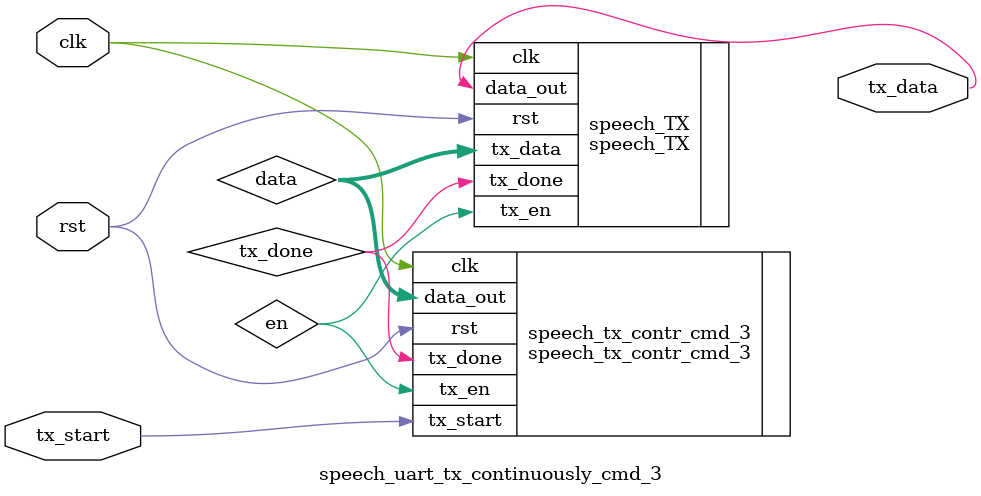
<source format=v>
`timescale 1ns / 1ps
module speech_uart_tx_continuously_cmd_3(
	input clk,
	input rst,
	input tx_start,
	output tx_data
    );
	
	wire [7:0] data;
	wire en;
	wire tx_done;

	
	
	speech_TX speech_TX(
    .clk(clk),
    .rst(rst),
    .tx_data(data),
    .tx_en(en),
	.tx_done(tx_done),
    .data_out(tx_data)
    );
	
	
	speech_tx_contr_cmd_3 speech_tx_contr_cmd_3(
	.clk(clk),
	.rst(rst),
	.tx_start(tx_start),
	.tx_done(tx_done),
	.tx_en(en),
	.data_out(data)
    );

endmodule

</source>
